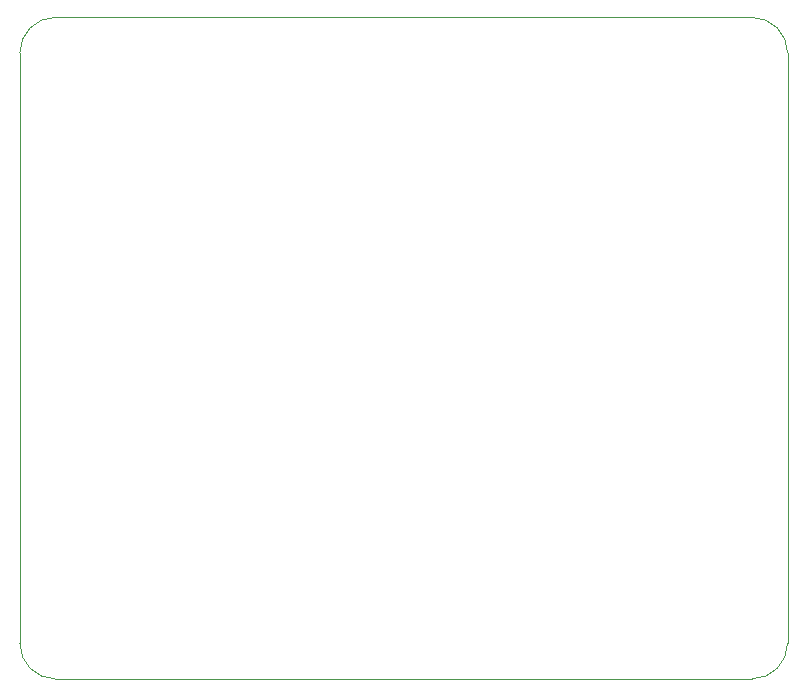
<source format=gbr>
%TF.GenerationSoftware,KiCad,Pcbnew,8.0.2-1*%
%TF.CreationDate,2024-05-25T15:23:03-04:00*%
%TF.ProjectId,Radio HAT,52616469-6f20-4484-9154-2e6b69636164,v1.1*%
%TF.SameCoordinates,Original*%
%TF.FileFunction,Profile,NP*%
%FSLAX46Y46*%
G04 Gerber Fmt 4.6, Leading zero omitted, Abs format (unit mm)*
G04 Created by KiCad (PCBNEW 8.0.2-1) date 2024-05-25 15:23:03*
%MOMM*%
%LPD*%
G01*
G04 APERTURE LIST*
%TA.AperFunction,Profile*%
%ADD10C,0.100000*%
%TD*%
G04 APERTURE END LIST*
D10*
X100000000Y-142000000D02*
X100000000Y-153000000D01*
X165000000Y-103000000D02*
X165000000Y-137000000D01*
X162000000Y-100000000D02*
G75*
G02*
X165000000Y-103000000I0J-3000000D01*
G01*
X100000000Y-103000000D02*
X100000000Y-137000000D01*
X100000000Y-103000000D02*
G75*
G02*
X103000000Y-100000000I3000000J0D01*
G01*
X165000000Y-142000000D02*
X165000000Y-153000000D01*
X162000000Y-156000000D02*
X103000000Y-156000000D01*
X100000000Y-137000000D02*
X100000000Y-142000000D01*
X103000000Y-156000000D02*
G75*
G02*
X100000000Y-153000000I0J3000000D01*
G01*
X165000000Y-137000000D02*
X165000000Y-142000000D01*
X103000000Y-100000000D02*
X162000000Y-100000000D01*
X165000000Y-153000000D02*
G75*
G02*
X162000000Y-156000000I-3000000J0D01*
G01*
M02*

</source>
